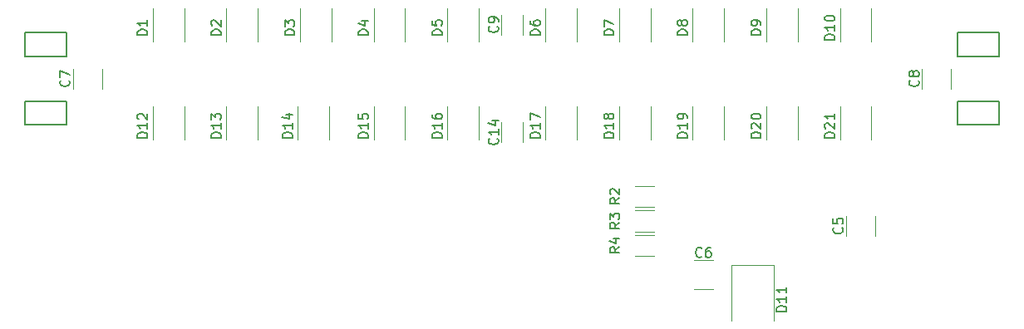
<source format=gto>
G04 #@! TF.GenerationSoftware,KiCad,Pcbnew,(5.0.0-rc2-117-g8a2639325)*
G04 #@! TF.CreationDate,2018-07-20T00:32:21+10:00*
G04 #@! TF.ProjectId,AR0004-R1,4152303030342D52312E6B696361645F,rev?*
G04 #@! TF.SameCoordinates,Original*
G04 #@! TF.FileFunction,Legend,Top*
G04 #@! TF.FilePolarity,Positive*
%FSLAX46Y46*%
G04 Gerber Fmt 4.6, Leading zero omitted, Abs format (unit mm)*
G04 Created by KiCad (PCBNEW (5.0.0-rc2-117-g8a2639325)) date 07/20/18 00:32:21*
%MOMM*%
%LPD*%
G01*
G04 APERTURE LIST*
%ADD10C,0.120000*%
%ADD11C,0.150000*%
G04 APERTURE END LIST*
D10*
G04 #@! TO.C,C5*
X134020000Y-83500000D02*
X134020000Y-81500000D01*
X136980000Y-81500000D02*
X136980000Y-83500000D01*
G04 #@! TO.C,C6*
X120500000Y-88980000D02*
X118500000Y-88980000D01*
X118500000Y-86020000D02*
X120500000Y-86020000D01*
G04 #@! TO.C,C7*
X55270000Y-68500000D02*
X55270000Y-66500000D01*
X58230000Y-66500000D02*
X58230000Y-68500000D01*
G04 #@! TO.C,C8*
X144730000Y-66500000D02*
X144730000Y-68500000D01*
X141770000Y-68500000D02*
X141770000Y-66500000D01*
G04 #@! TO.C,C9*
X101070000Y-61000000D02*
X101070000Y-63000000D01*
X98930000Y-63000000D02*
X98930000Y-61000000D01*
G04 #@! TO.C,C14*
X98930000Y-73950000D02*
X98930000Y-71950000D01*
X101070000Y-71950000D02*
X101070000Y-73950000D01*
G04 #@! TO.C,D1*
X63400000Y-63700000D02*
X63400000Y-60300000D01*
X66600000Y-63700000D02*
X66600000Y-60300000D01*
G04 #@! TO.C,D2*
X74100000Y-63700000D02*
X74100000Y-60300000D01*
X70900000Y-63700000D02*
X70900000Y-60300000D01*
G04 #@! TO.C,D3*
X78400000Y-63700000D02*
X78400000Y-60300000D01*
X81600000Y-63700000D02*
X81600000Y-60300000D01*
G04 #@! TO.C,D4*
X89100000Y-63700000D02*
X89100000Y-60300000D01*
X85900000Y-63700000D02*
X85900000Y-60300000D01*
G04 #@! TO.C,D5*
X96600000Y-63700000D02*
X96600000Y-60300000D01*
X93400000Y-63700000D02*
X93400000Y-60300000D01*
G04 #@! TO.C,D6*
X103400000Y-63700000D02*
X103400000Y-60300000D01*
X106600000Y-63700000D02*
X106600000Y-60300000D01*
G04 #@! TO.C,D7*
X114100000Y-63700000D02*
X114100000Y-60300000D01*
X110900000Y-63700000D02*
X110900000Y-60300000D01*
G04 #@! TO.C,D8*
X118400000Y-63700000D02*
X118400000Y-60300000D01*
X121600000Y-63700000D02*
X121600000Y-60300000D01*
G04 #@! TO.C,D9*
X129100000Y-63700000D02*
X129100000Y-60300000D01*
X125900000Y-63700000D02*
X125900000Y-60300000D01*
G04 #@! TO.C,D10*
X133400000Y-63700000D02*
X133400000Y-60300000D01*
X136600000Y-63700000D02*
X136600000Y-60300000D01*
G04 #@! TO.C,D11*
X126650000Y-86450000D02*
X122350000Y-86450000D01*
X122350000Y-86450000D02*
X122350000Y-92150000D01*
X126650000Y-86450000D02*
X126650000Y-92150000D01*
G04 #@! TO.C,D12*
X66600000Y-73700000D02*
X66600000Y-70300000D01*
X63400000Y-73700000D02*
X63400000Y-70300000D01*
G04 #@! TO.C,D13*
X74100000Y-73700000D02*
X74100000Y-70300000D01*
X70900000Y-73700000D02*
X70900000Y-70300000D01*
G04 #@! TO.C,D14*
X81360000Y-73700000D02*
X81360000Y-70300000D01*
X78160000Y-73700000D02*
X78160000Y-70300000D01*
G04 #@! TO.C,D15*
X85900000Y-73700000D02*
X85900000Y-70300000D01*
X89100000Y-73700000D02*
X89100000Y-70300000D01*
G04 #@! TO.C,D16*
X93400000Y-73700000D02*
X93400000Y-70300000D01*
X96600000Y-73700000D02*
X96600000Y-70300000D01*
G04 #@! TO.C,D17*
X106600000Y-73700000D02*
X106600000Y-70300000D01*
X103400000Y-73700000D02*
X103400000Y-70300000D01*
G04 #@! TO.C,D18*
X110900000Y-73700000D02*
X110900000Y-70300000D01*
X114100000Y-73700000D02*
X114100000Y-70300000D01*
G04 #@! TO.C,D19*
X121600000Y-73700000D02*
X121600000Y-70300000D01*
X118400000Y-73700000D02*
X118400000Y-70300000D01*
G04 #@! TO.C,D20*
X125900000Y-73700000D02*
X125900000Y-70300000D01*
X129100000Y-73700000D02*
X129100000Y-70300000D01*
G04 #@! TO.C,D21*
X133400000Y-73700000D02*
X133400000Y-70300000D01*
X136600000Y-73700000D02*
X136600000Y-70300000D01*
D11*
G04 #@! TO.C,J1*
X145400000Y-72200000D02*
X145400000Y-69800000D01*
X149600000Y-72200000D02*
X145400000Y-72200000D01*
X149600000Y-69800000D02*
X149600000Y-72200000D01*
X145400000Y-69800000D02*
X149600000Y-69800000D01*
G04 #@! TO.C,J2*
X50400000Y-72200000D02*
X50400000Y-69800000D01*
X54600000Y-72200000D02*
X50400000Y-72200000D01*
X54600000Y-69800000D02*
X54600000Y-72200000D01*
X50400000Y-69800000D02*
X54600000Y-69800000D01*
G04 #@! TO.C,J4*
X145400000Y-62800000D02*
X149600000Y-62800000D01*
X149600000Y-62800000D02*
X149600000Y-65200000D01*
X149600000Y-65200000D02*
X145400000Y-65200000D01*
X145400000Y-65200000D02*
X145400000Y-62800000D01*
G04 #@! TO.C,J5*
X50400000Y-62800000D02*
X54600000Y-62800000D01*
X54600000Y-62800000D02*
X54600000Y-65200000D01*
X54600000Y-65200000D02*
X50400000Y-65200000D01*
X50400000Y-65200000D02*
X50400000Y-62800000D01*
D10*
G04 #@! TO.C,R2*
X114500000Y-80570000D02*
X112500000Y-80570000D01*
X112500000Y-78430000D02*
X114500000Y-78430000D01*
G04 #@! TO.C,R3*
X112500000Y-80930000D02*
X114500000Y-80930000D01*
X114500000Y-83070000D02*
X112500000Y-83070000D01*
G04 #@! TO.C,R4*
X112500000Y-83430000D02*
X114500000Y-83430000D01*
X114500000Y-85570000D02*
X112500000Y-85570000D01*
G04 #@! TO.C,C5*
D11*
X133607142Y-82666666D02*
X133654761Y-82714285D01*
X133702380Y-82857142D01*
X133702380Y-82952380D01*
X133654761Y-83095238D01*
X133559523Y-83190476D01*
X133464285Y-83238095D01*
X133273809Y-83285714D01*
X133130952Y-83285714D01*
X132940476Y-83238095D01*
X132845238Y-83190476D01*
X132750000Y-83095238D01*
X132702380Y-82952380D01*
X132702380Y-82857142D01*
X132750000Y-82714285D01*
X132797619Y-82666666D01*
X132702380Y-81761904D02*
X132702380Y-82238095D01*
X133178571Y-82285714D01*
X133130952Y-82238095D01*
X133083333Y-82142857D01*
X133083333Y-81904761D01*
X133130952Y-81809523D01*
X133178571Y-81761904D01*
X133273809Y-81714285D01*
X133511904Y-81714285D01*
X133607142Y-81761904D01*
X133654761Y-81809523D01*
X133702380Y-81904761D01*
X133702380Y-82142857D01*
X133654761Y-82238095D01*
X133607142Y-82285714D01*
G04 #@! TO.C,C6*
X119333333Y-85607142D02*
X119285714Y-85654761D01*
X119142857Y-85702380D01*
X119047619Y-85702380D01*
X118904761Y-85654761D01*
X118809523Y-85559523D01*
X118761904Y-85464285D01*
X118714285Y-85273809D01*
X118714285Y-85130952D01*
X118761904Y-84940476D01*
X118809523Y-84845238D01*
X118904761Y-84750000D01*
X119047619Y-84702380D01*
X119142857Y-84702380D01*
X119285714Y-84750000D01*
X119333333Y-84797619D01*
X120190476Y-84702380D02*
X120000000Y-84702380D01*
X119904761Y-84750000D01*
X119857142Y-84797619D01*
X119761904Y-84940476D01*
X119714285Y-85130952D01*
X119714285Y-85511904D01*
X119761904Y-85607142D01*
X119809523Y-85654761D01*
X119904761Y-85702380D01*
X120095238Y-85702380D01*
X120190476Y-85654761D01*
X120238095Y-85607142D01*
X120285714Y-85511904D01*
X120285714Y-85273809D01*
X120238095Y-85178571D01*
X120190476Y-85130952D01*
X120095238Y-85083333D01*
X119904761Y-85083333D01*
X119809523Y-85130952D01*
X119761904Y-85178571D01*
X119714285Y-85273809D01*
G04 #@! TO.C,C7*
X54857142Y-67666666D02*
X54904761Y-67714285D01*
X54952380Y-67857142D01*
X54952380Y-67952380D01*
X54904761Y-68095238D01*
X54809523Y-68190476D01*
X54714285Y-68238095D01*
X54523809Y-68285714D01*
X54380952Y-68285714D01*
X54190476Y-68238095D01*
X54095238Y-68190476D01*
X54000000Y-68095238D01*
X53952380Y-67952380D01*
X53952380Y-67857142D01*
X54000000Y-67714285D01*
X54047619Y-67666666D01*
X53952380Y-67333333D02*
X53952380Y-66666666D01*
X54952380Y-67095238D01*
G04 #@! TO.C,C8*
X141357142Y-67666666D02*
X141404761Y-67714285D01*
X141452380Y-67857142D01*
X141452380Y-67952380D01*
X141404761Y-68095238D01*
X141309523Y-68190476D01*
X141214285Y-68238095D01*
X141023809Y-68285714D01*
X140880952Y-68285714D01*
X140690476Y-68238095D01*
X140595238Y-68190476D01*
X140500000Y-68095238D01*
X140452380Y-67952380D01*
X140452380Y-67857142D01*
X140500000Y-67714285D01*
X140547619Y-67666666D01*
X140880952Y-67095238D02*
X140833333Y-67190476D01*
X140785714Y-67238095D01*
X140690476Y-67285714D01*
X140642857Y-67285714D01*
X140547619Y-67238095D01*
X140500000Y-67190476D01*
X140452380Y-67095238D01*
X140452380Y-66904761D01*
X140500000Y-66809523D01*
X140547619Y-66761904D01*
X140642857Y-66714285D01*
X140690476Y-66714285D01*
X140785714Y-66761904D01*
X140833333Y-66809523D01*
X140880952Y-66904761D01*
X140880952Y-67095238D01*
X140928571Y-67190476D01*
X140976190Y-67238095D01*
X141071428Y-67285714D01*
X141261904Y-67285714D01*
X141357142Y-67238095D01*
X141404761Y-67190476D01*
X141452380Y-67095238D01*
X141452380Y-66904761D01*
X141404761Y-66809523D01*
X141357142Y-66761904D01*
X141261904Y-66714285D01*
X141071428Y-66714285D01*
X140976190Y-66761904D01*
X140928571Y-66809523D01*
X140880952Y-66904761D01*
G04 #@! TO.C,C9*
X98507142Y-62166666D02*
X98554761Y-62214285D01*
X98602380Y-62357142D01*
X98602380Y-62452380D01*
X98554761Y-62595238D01*
X98459523Y-62690476D01*
X98364285Y-62738095D01*
X98173809Y-62785714D01*
X98030952Y-62785714D01*
X97840476Y-62738095D01*
X97745238Y-62690476D01*
X97650000Y-62595238D01*
X97602380Y-62452380D01*
X97602380Y-62357142D01*
X97650000Y-62214285D01*
X97697619Y-62166666D01*
X98602380Y-61690476D02*
X98602380Y-61500000D01*
X98554761Y-61404761D01*
X98507142Y-61357142D01*
X98364285Y-61261904D01*
X98173809Y-61214285D01*
X97792857Y-61214285D01*
X97697619Y-61261904D01*
X97650000Y-61309523D01*
X97602380Y-61404761D01*
X97602380Y-61595238D01*
X97650000Y-61690476D01*
X97697619Y-61738095D01*
X97792857Y-61785714D01*
X98030952Y-61785714D01*
X98126190Y-61738095D01*
X98173809Y-61690476D01*
X98221428Y-61595238D01*
X98221428Y-61404761D01*
X98173809Y-61309523D01*
X98126190Y-61261904D01*
X98030952Y-61214285D01*
G04 #@! TO.C,C14*
X98507142Y-73592857D02*
X98554761Y-73640476D01*
X98602380Y-73783333D01*
X98602380Y-73878571D01*
X98554761Y-74021428D01*
X98459523Y-74116666D01*
X98364285Y-74164285D01*
X98173809Y-74211904D01*
X98030952Y-74211904D01*
X97840476Y-74164285D01*
X97745238Y-74116666D01*
X97650000Y-74021428D01*
X97602380Y-73878571D01*
X97602380Y-73783333D01*
X97650000Y-73640476D01*
X97697619Y-73592857D01*
X98602380Y-72640476D02*
X98602380Y-73211904D01*
X98602380Y-72926190D02*
X97602380Y-72926190D01*
X97745238Y-73021428D01*
X97840476Y-73116666D01*
X97888095Y-73211904D01*
X97935714Y-71783333D02*
X98602380Y-71783333D01*
X97554761Y-72021428D02*
X98269047Y-72259523D01*
X98269047Y-71640476D01*
G04 #@! TO.C,D1*
X62852380Y-63058095D02*
X61852380Y-63058095D01*
X61852380Y-62820000D01*
X61900000Y-62677142D01*
X61995238Y-62581904D01*
X62090476Y-62534285D01*
X62280952Y-62486666D01*
X62423809Y-62486666D01*
X62614285Y-62534285D01*
X62709523Y-62581904D01*
X62804761Y-62677142D01*
X62852380Y-62820000D01*
X62852380Y-63058095D01*
X62852380Y-61534285D02*
X62852380Y-62105714D01*
X62852380Y-61820000D02*
X61852380Y-61820000D01*
X61995238Y-61915238D01*
X62090476Y-62010476D01*
X62138095Y-62105714D01*
G04 #@! TO.C,D2*
X70352380Y-63058095D02*
X69352380Y-63058095D01*
X69352380Y-62820000D01*
X69400000Y-62677142D01*
X69495238Y-62581904D01*
X69590476Y-62534285D01*
X69780952Y-62486666D01*
X69923809Y-62486666D01*
X70114285Y-62534285D01*
X70209523Y-62581904D01*
X70304761Y-62677142D01*
X70352380Y-62820000D01*
X70352380Y-63058095D01*
X69447619Y-62105714D02*
X69400000Y-62058095D01*
X69352380Y-61962857D01*
X69352380Y-61724761D01*
X69400000Y-61629523D01*
X69447619Y-61581904D01*
X69542857Y-61534285D01*
X69638095Y-61534285D01*
X69780952Y-61581904D01*
X70352380Y-62153333D01*
X70352380Y-61534285D01*
G04 #@! TO.C,D3*
X77852380Y-63058095D02*
X76852380Y-63058095D01*
X76852380Y-62820000D01*
X76900000Y-62677142D01*
X76995238Y-62581904D01*
X77090476Y-62534285D01*
X77280952Y-62486666D01*
X77423809Y-62486666D01*
X77614285Y-62534285D01*
X77709523Y-62581904D01*
X77804761Y-62677142D01*
X77852380Y-62820000D01*
X77852380Y-63058095D01*
X76852380Y-62153333D02*
X76852380Y-61534285D01*
X77233333Y-61867619D01*
X77233333Y-61724761D01*
X77280952Y-61629523D01*
X77328571Y-61581904D01*
X77423809Y-61534285D01*
X77661904Y-61534285D01*
X77757142Y-61581904D01*
X77804761Y-61629523D01*
X77852380Y-61724761D01*
X77852380Y-62010476D01*
X77804761Y-62105714D01*
X77757142Y-62153333D01*
G04 #@! TO.C,D4*
X85352380Y-63058095D02*
X84352380Y-63058095D01*
X84352380Y-62820000D01*
X84400000Y-62677142D01*
X84495238Y-62581904D01*
X84590476Y-62534285D01*
X84780952Y-62486666D01*
X84923809Y-62486666D01*
X85114285Y-62534285D01*
X85209523Y-62581904D01*
X85304761Y-62677142D01*
X85352380Y-62820000D01*
X85352380Y-63058095D01*
X84685714Y-61629523D02*
X85352380Y-61629523D01*
X84304761Y-61867619D02*
X85019047Y-62105714D01*
X85019047Y-61486666D01*
G04 #@! TO.C,D5*
X92852380Y-63058095D02*
X91852380Y-63058095D01*
X91852380Y-62820000D01*
X91900000Y-62677142D01*
X91995238Y-62581904D01*
X92090476Y-62534285D01*
X92280952Y-62486666D01*
X92423809Y-62486666D01*
X92614285Y-62534285D01*
X92709523Y-62581904D01*
X92804761Y-62677142D01*
X92852380Y-62820000D01*
X92852380Y-63058095D01*
X91852380Y-61581904D02*
X91852380Y-62058095D01*
X92328571Y-62105714D01*
X92280952Y-62058095D01*
X92233333Y-61962857D01*
X92233333Y-61724761D01*
X92280952Y-61629523D01*
X92328571Y-61581904D01*
X92423809Y-61534285D01*
X92661904Y-61534285D01*
X92757142Y-61581904D01*
X92804761Y-61629523D01*
X92852380Y-61724761D01*
X92852380Y-61962857D01*
X92804761Y-62058095D01*
X92757142Y-62105714D01*
G04 #@! TO.C,D6*
X102852380Y-63058095D02*
X101852380Y-63058095D01*
X101852380Y-62820000D01*
X101900000Y-62677142D01*
X101995238Y-62581904D01*
X102090476Y-62534285D01*
X102280952Y-62486666D01*
X102423809Y-62486666D01*
X102614285Y-62534285D01*
X102709523Y-62581904D01*
X102804761Y-62677142D01*
X102852380Y-62820000D01*
X102852380Y-63058095D01*
X101852380Y-61629523D02*
X101852380Y-61820000D01*
X101900000Y-61915238D01*
X101947619Y-61962857D01*
X102090476Y-62058095D01*
X102280952Y-62105714D01*
X102661904Y-62105714D01*
X102757142Y-62058095D01*
X102804761Y-62010476D01*
X102852380Y-61915238D01*
X102852380Y-61724761D01*
X102804761Y-61629523D01*
X102757142Y-61581904D01*
X102661904Y-61534285D01*
X102423809Y-61534285D01*
X102328571Y-61581904D01*
X102280952Y-61629523D01*
X102233333Y-61724761D01*
X102233333Y-61915238D01*
X102280952Y-62010476D01*
X102328571Y-62058095D01*
X102423809Y-62105714D01*
G04 #@! TO.C,D7*
X110352380Y-63058095D02*
X109352380Y-63058095D01*
X109352380Y-62820000D01*
X109400000Y-62677142D01*
X109495238Y-62581904D01*
X109590476Y-62534285D01*
X109780952Y-62486666D01*
X109923809Y-62486666D01*
X110114285Y-62534285D01*
X110209523Y-62581904D01*
X110304761Y-62677142D01*
X110352380Y-62820000D01*
X110352380Y-63058095D01*
X109352380Y-62153333D02*
X109352380Y-61486666D01*
X110352380Y-61915238D01*
G04 #@! TO.C,D8*
X117852380Y-63058095D02*
X116852380Y-63058095D01*
X116852380Y-62820000D01*
X116900000Y-62677142D01*
X116995238Y-62581904D01*
X117090476Y-62534285D01*
X117280952Y-62486666D01*
X117423809Y-62486666D01*
X117614285Y-62534285D01*
X117709523Y-62581904D01*
X117804761Y-62677142D01*
X117852380Y-62820000D01*
X117852380Y-63058095D01*
X117280952Y-61915238D02*
X117233333Y-62010476D01*
X117185714Y-62058095D01*
X117090476Y-62105714D01*
X117042857Y-62105714D01*
X116947619Y-62058095D01*
X116900000Y-62010476D01*
X116852380Y-61915238D01*
X116852380Y-61724761D01*
X116900000Y-61629523D01*
X116947619Y-61581904D01*
X117042857Y-61534285D01*
X117090476Y-61534285D01*
X117185714Y-61581904D01*
X117233333Y-61629523D01*
X117280952Y-61724761D01*
X117280952Y-61915238D01*
X117328571Y-62010476D01*
X117376190Y-62058095D01*
X117471428Y-62105714D01*
X117661904Y-62105714D01*
X117757142Y-62058095D01*
X117804761Y-62010476D01*
X117852380Y-61915238D01*
X117852380Y-61724761D01*
X117804761Y-61629523D01*
X117757142Y-61581904D01*
X117661904Y-61534285D01*
X117471428Y-61534285D01*
X117376190Y-61581904D01*
X117328571Y-61629523D01*
X117280952Y-61724761D01*
G04 #@! TO.C,D9*
X125352380Y-63058095D02*
X124352380Y-63058095D01*
X124352380Y-62820000D01*
X124400000Y-62677142D01*
X124495238Y-62581904D01*
X124590476Y-62534285D01*
X124780952Y-62486666D01*
X124923809Y-62486666D01*
X125114285Y-62534285D01*
X125209523Y-62581904D01*
X125304761Y-62677142D01*
X125352380Y-62820000D01*
X125352380Y-63058095D01*
X125352380Y-62010476D02*
X125352380Y-61820000D01*
X125304761Y-61724761D01*
X125257142Y-61677142D01*
X125114285Y-61581904D01*
X124923809Y-61534285D01*
X124542857Y-61534285D01*
X124447619Y-61581904D01*
X124400000Y-61629523D01*
X124352380Y-61724761D01*
X124352380Y-61915238D01*
X124400000Y-62010476D01*
X124447619Y-62058095D01*
X124542857Y-62105714D01*
X124780952Y-62105714D01*
X124876190Y-62058095D01*
X124923809Y-62010476D01*
X124971428Y-61915238D01*
X124971428Y-61724761D01*
X124923809Y-61629523D01*
X124876190Y-61581904D01*
X124780952Y-61534285D01*
G04 #@! TO.C,D10*
X132852380Y-63534285D02*
X131852380Y-63534285D01*
X131852380Y-63296190D01*
X131900000Y-63153333D01*
X131995238Y-63058095D01*
X132090476Y-63010476D01*
X132280952Y-62962857D01*
X132423809Y-62962857D01*
X132614285Y-63010476D01*
X132709523Y-63058095D01*
X132804761Y-63153333D01*
X132852380Y-63296190D01*
X132852380Y-63534285D01*
X132852380Y-62010476D02*
X132852380Y-62581904D01*
X132852380Y-62296190D02*
X131852380Y-62296190D01*
X131995238Y-62391428D01*
X132090476Y-62486666D01*
X132138095Y-62581904D01*
X131852380Y-61391428D02*
X131852380Y-61296190D01*
X131900000Y-61200952D01*
X131947619Y-61153333D01*
X132042857Y-61105714D01*
X132233333Y-61058095D01*
X132471428Y-61058095D01*
X132661904Y-61105714D01*
X132757142Y-61153333D01*
X132804761Y-61200952D01*
X132852380Y-61296190D01*
X132852380Y-61391428D01*
X132804761Y-61486666D01*
X132757142Y-61534285D01*
X132661904Y-61581904D01*
X132471428Y-61629523D01*
X132233333Y-61629523D01*
X132042857Y-61581904D01*
X131947619Y-61534285D01*
X131900000Y-61486666D01*
X131852380Y-61391428D01*
G04 #@! TO.C,D11*
X127952380Y-91214285D02*
X126952380Y-91214285D01*
X126952380Y-90976190D01*
X127000000Y-90833333D01*
X127095238Y-90738095D01*
X127190476Y-90690476D01*
X127380952Y-90642857D01*
X127523809Y-90642857D01*
X127714285Y-90690476D01*
X127809523Y-90738095D01*
X127904761Y-90833333D01*
X127952380Y-90976190D01*
X127952380Y-91214285D01*
X127952380Y-89690476D02*
X127952380Y-90261904D01*
X127952380Y-89976190D02*
X126952380Y-89976190D01*
X127095238Y-90071428D01*
X127190476Y-90166666D01*
X127238095Y-90261904D01*
X127952380Y-88738095D02*
X127952380Y-89309523D01*
X127952380Y-89023809D02*
X126952380Y-89023809D01*
X127095238Y-89119047D01*
X127190476Y-89214285D01*
X127238095Y-89309523D01*
G04 #@! TO.C,D12*
X62852380Y-73534285D02*
X61852380Y-73534285D01*
X61852380Y-73296190D01*
X61900000Y-73153333D01*
X61995238Y-73058095D01*
X62090476Y-73010476D01*
X62280952Y-72962857D01*
X62423809Y-72962857D01*
X62614285Y-73010476D01*
X62709523Y-73058095D01*
X62804761Y-73153333D01*
X62852380Y-73296190D01*
X62852380Y-73534285D01*
X62852380Y-72010476D02*
X62852380Y-72581904D01*
X62852380Y-72296190D02*
X61852380Y-72296190D01*
X61995238Y-72391428D01*
X62090476Y-72486666D01*
X62138095Y-72581904D01*
X61947619Y-71629523D02*
X61900000Y-71581904D01*
X61852380Y-71486666D01*
X61852380Y-71248571D01*
X61900000Y-71153333D01*
X61947619Y-71105714D01*
X62042857Y-71058095D01*
X62138095Y-71058095D01*
X62280952Y-71105714D01*
X62852380Y-71677142D01*
X62852380Y-71058095D01*
G04 #@! TO.C,D13*
X70352380Y-73534285D02*
X69352380Y-73534285D01*
X69352380Y-73296190D01*
X69400000Y-73153333D01*
X69495238Y-73058095D01*
X69590476Y-73010476D01*
X69780952Y-72962857D01*
X69923809Y-72962857D01*
X70114285Y-73010476D01*
X70209523Y-73058095D01*
X70304761Y-73153333D01*
X70352380Y-73296190D01*
X70352380Y-73534285D01*
X70352380Y-72010476D02*
X70352380Y-72581904D01*
X70352380Y-72296190D02*
X69352380Y-72296190D01*
X69495238Y-72391428D01*
X69590476Y-72486666D01*
X69638095Y-72581904D01*
X69352380Y-71677142D02*
X69352380Y-71058095D01*
X69733333Y-71391428D01*
X69733333Y-71248571D01*
X69780952Y-71153333D01*
X69828571Y-71105714D01*
X69923809Y-71058095D01*
X70161904Y-71058095D01*
X70257142Y-71105714D01*
X70304761Y-71153333D01*
X70352380Y-71248571D01*
X70352380Y-71534285D01*
X70304761Y-71629523D01*
X70257142Y-71677142D01*
G04 #@! TO.C,D14*
X77612380Y-73534285D02*
X76612380Y-73534285D01*
X76612380Y-73296190D01*
X76660000Y-73153333D01*
X76755238Y-73058095D01*
X76850476Y-73010476D01*
X77040952Y-72962857D01*
X77183809Y-72962857D01*
X77374285Y-73010476D01*
X77469523Y-73058095D01*
X77564761Y-73153333D01*
X77612380Y-73296190D01*
X77612380Y-73534285D01*
X77612380Y-72010476D02*
X77612380Y-72581904D01*
X77612380Y-72296190D02*
X76612380Y-72296190D01*
X76755238Y-72391428D01*
X76850476Y-72486666D01*
X76898095Y-72581904D01*
X76945714Y-71153333D02*
X77612380Y-71153333D01*
X76564761Y-71391428D02*
X77279047Y-71629523D01*
X77279047Y-71010476D01*
G04 #@! TO.C,D15*
X85352380Y-73534285D02*
X84352380Y-73534285D01*
X84352380Y-73296190D01*
X84400000Y-73153333D01*
X84495238Y-73058095D01*
X84590476Y-73010476D01*
X84780952Y-72962857D01*
X84923809Y-72962857D01*
X85114285Y-73010476D01*
X85209523Y-73058095D01*
X85304761Y-73153333D01*
X85352380Y-73296190D01*
X85352380Y-73534285D01*
X85352380Y-72010476D02*
X85352380Y-72581904D01*
X85352380Y-72296190D02*
X84352380Y-72296190D01*
X84495238Y-72391428D01*
X84590476Y-72486666D01*
X84638095Y-72581904D01*
X84352380Y-71105714D02*
X84352380Y-71581904D01*
X84828571Y-71629523D01*
X84780952Y-71581904D01*
X84733333Y-71486666D01*
X84733333Y-71248571D01*
X84780952Y-71153333D01*
X84828571Y-71105714D01*
X84923809Y-71058095D01*
X85161904Y-71058095D01*
X85257142Y-71105714D01*
X85304761Y-71153333D01*
X85352380Y-71248571D01*
X85352380Y-71486666D01*
X85304761Y-71581904D01*
X85257142Y-71629523D01*
G04 #@! TO.C,D16*
X92852380Y-73534285D02*
X91852380Y-73534285D01*
X91852380Y-73296190D01*
X91900000Y-73153333D01*
X91995238Y-73058095D01*
X92090476Y-73010476D01*
X92280952Y-72962857D01*
X92423809Y-72962857D01*
X92614285Y-73010476D01*
X92709523Y-73058095D01*
X92804761Y-73153333D01*
X92852380Y-73296190D01*
X92852380Y-73534285D01*
X92852380Y-72010476D02*
X92852380Y-72581904D01*
X92852380Y-72296190D02*
X91852380Y-72296190D01*
X91995238Y-72391428D01*
X92090476Y-72486666D01*
X92138095Y-72581904D01*
X91852380Y-71153333D02*
X91852380Y-71343809D01*
X91900000Y-71439047D01*
X91947619Y-71486666D01*
X92090476Y-71581904D01*
X92280952Y-71629523D01*
X92661904Y-71629523D01*
X92757142Y-71581904D01*
X92804761Y-71534285D01*
X92852380Y-71439047D01*
X92852380Y-71248571D01*
X92804761Y-71153333D01*
X92757142Y-71105714D01*
X92661904Y-71058095D01*
X92423809Y-71058095D01*
X92328571Y-71105714D01*
X92280952Y-71153333D01*
X92233333Y-71248571D01*
X92233333Y-71439047D01*
X92280952Y-71534285D01*
X92328571Y-71581904D01*
X92423809Y-71629523D01*
G04 #@! TO.C,D17*
X102852380Y-73534285D02*
X101852380Y-73534285D01*
X101852380Y-73296190D01*
X101900000Y-73153333D01*
X101995238Y-73058095D01*
X102090476Y-73010476D01*
X102280952Y-72962857D01*
X102423809Y-72962857D01*
X102614285Y-73010476D01*
X102709523Y-73058095D01*
X102804761Y-73153333D01*
X102852380Y-73296190D01*
X102852380Y-73534285D01*
X102852380Y-72010476D02*
X102852380Y-72581904D01*
X102852380Y-72296190D02*
X101852380Y-72296190D01*
X101995238Y-72391428D01*
X102090476Y-72486666D01*
X102138095Y-72581904D01*
X101852380Y-71677142D02*
X101852380Y-71010476D01*
X102852380Y-71439047D01*
G04 #@! TO.C,D18*
X110352380Y-73534285D02*
X109352380Y-73534285D01*
X109352380Y-73296190D01*
X109400000Y-73153333D01*
X109495238Y-73058095D01*
X109590476Y-73010476D01*
X109780952Y-72962857D01*
X109923809Y-72962857D01*
X110114285Y-73010476D01*
X110209523Y-73058095D01*
X110304761Y-73153333D01*
X110352380Y-73296190D01*
X110352380Y-73534285D01*
X110352380Y-72010476D02*
X110352380Y-72581904D01*
X110352380Y-72296190D02*
X109352380Y-72296190D01*
X109495238Y-72391428D01*
X109590476Y-72486666D01*
X109638095Y-72581904D01*
X109780952Y-71439047D02*
X109733333Y-71534285D01*
X109685714Y-71581904D01*
X109590476Y-71629523D01*
X109542857Y-71629523D01*
X109447619Y-71581904D01*
X109400000Y-71534285D01*
X109352380Y-71439047D01*
X109352380Y-71248571D01*
X109400000Y-71153333D01*
X109447619Y-71105714D01*
X109542857Y-71058095D01*
X109590476Y-71058095D01*
X109685714Y-71105714D01*
X109733333Y-71153333D01*
X109780952Y-71248571D01*
X109780952Y-71439047D01*
X109828571Y-71534285D01*
X109876190Y-71581904D01*
X109971428Y-71629523D01*
X110161904Y-71629523D01*
X110257142Y-71581904D01*
X110304761Y-71534285D01*
X110352380Y-71439047D01*
X110352380Y-71248571D01*
X110304761Y-71153333D01*
X110257142Y-71105714D01*
X110161904Y-71058095D01*
X109971428Y-71058095D01*
X109876190Y-71105714D01*
X109828571Y-71153333D01*
X109780952Y-71248571D01*
G04 #@! TO.C,D19*
X117852380Y-73534285D02*
X116852380Y-73534285D01*
X116852380Y-73296190D01*
X116900000Y-73153333D01*
X116995238Y-73058095D01*
X117090476Y-73010476D01*
X117280952Y-72962857D01*
X117423809Y-72962857D01*
X117614285Y-73010476D01*
X117709523Y-73058095D01*
X117804761Y-73153333D01*
X117852380Y-73296190D01*
X117852380Y-73534285D01*
X117852380Y-72010476D02*
X117852380Y-72581904D01*
X117852380Y-72296190D02*
X116852380Y-72296190D01*
X116995238Y-72391428D01*
X117090476Y-72486666D01*
X117138095Y-72581904D01*
X117852380Y-71534285D02*
X117852380Y-71343809D01*
X117804761Y-71248571D01*
X117757142Y-71200952D01*
X117614285Y-71105714D01*
X117423809Y-71058095D01*
X117042857Y-71058095D01*
X116947619Y-71105714D01*
X116900000Y-71153333D01*
X116852380Y-71248571D01*
X116852380Y-71439047D01*
X116900000Y-71534285D01*
X116947619Y-71581904D01*
X117042857Y-71629523D01*
X117280952Y-71629523D01*
X117376190Y-71581904D01*
X117423809Y-71534285D01*
X117471428Y-71439047D01*
X117471428Y-71248571D01*
X117423809Y-71153333D01*
X117376190Y-71105714D01*
X117280952Y-71058095D01*
G04 #@! TO.C,D20*
X125352380Y-73534285D02*
X124352380Y-73534285D01*
X124352380Y-73296190D01*
X124400000Y-73153333D01*
X124495238Y-73058095D01*
X124590476Y-73010476D01*
X124780952Y-72962857D01*
X124923809Y-72962857D01*
X125114285Y-73010476D01*
X125209523Y-73058095D01*
X125304761Y-73153333D01*
X125352380Y-73296190D01*
X125352380Y-73534285D01*
X124447619Y-72581904D02*
X124400000Y-72534285D01*
X124352380Y-72439047D01*
X124352380Y-72200952D01*
X124400000Y-72105714D01*
X124447619Y-72058095D01*
X124542857Y-72010476D01*
X124638095Y-72010476D01*
X124780952Y-72058095D01*
X125352380Y-72629523D01*
X125352380Y-72010476D01*
X124352380Y-71391428D02*
X124352380Y-71296190D01*
X124400000Y-71200952D01*
X124447619Y-71153333D01*
X124542857Y-71105714D01*
X124733333Y-71058095D01*
X124971428Y-71058095D01*
X125161904Y-71105714D01*
X125257142Y-71153333D01*
X125304761Y-71200952D01*
X125352380Y-71296190D01*
X125352380Y-71391428D01*
X125304761Y-71486666D01*
X125257142Y-71534285D01*
X125161904Y-71581904D01*
X124971428Y-71629523D01*
X124733333Y-71629523D01*
X124542857Y-71581904D01*
X124447619Y-71534285D01*
X124400000Y-71486666D01*
X124352380Y-71391428D01*
G04 #@! TO.C,D21*
X132852380Y-73534285D02*
X131852380Y-73534285D01*
X131852380Y-73296190D01*
X131900000Y-73153333D01*
X131995238Y-73058095D01*
X132090476Y-73010476D01*
X132280952Y-72962857D01*
X132423809Y-72962857D01*
X132614285Y-73010476D01*
X132709523Y-73058095D01*
X132804761Y-73153333D01*
X132852380Y-73296190D01*
X132852380Y-73534285D01*
X131947619Y-72581904D02*
X131900000Y-72534285D01*
X131852380Y-72439047D01*
X131852380Y-72200952D01*
X131900000Y-72105714D01*
X131947619Y-72058095D01*
X132042857Y-72010476D01*
X132138095Y-72010476D01*
X132280952Y-72058095D01*
X132852380Y-72629523D01*
X132852380Y-72010476D01*
X132852380Y-71058095D02*
X132852380Y-71629523D01*
X132852380Y-71343809D02*
X131852380Y-71343809D01*
X131995238Y-71439047D01*
X132090476Y-71534285D01*
X132138095Y-71629523D01*
G04 #@! TO.C,R2*
X110952380Y-79666666D02*
X110476190Y-80000000D01*
X110952380Y-80238095D02*
X109952380Y-80238095D01*
X109952380Y-79857142D01*
X110000000Y-79761904D01*
X110047619Y-79714285D01*
X110142857Y-79666666D01*
X110285714Y-79666666D01*
X110380952Y-79714285D01*
X110428571Y-79761904D01*
X110476190Y-79857142D01*
X110476190Y-80238095D01*
X110047619Y-79285714D02*
X110000000Y-79238095D01*
X109952380Y-79142857D01*
X109952380Y-78904761D01*
X110000000Y-78809523D01*
X110047619Y-78761904D01*
X110142857Y-78714285D01*
X110238095Y-78714285D01*
X110380952Y-78761904D01*
X110952380Y-79333333D01*
X110952380Y-78714285D01*
G04 #@! TO.C,R3*
X110952380Y-82166666D02*
X110476190Y-82500000D01*
X110952380Y-82738095D02*
X109952380Y-82738095D01*
X109952380Y-82357142D01*
X110000000Y-82261904D01*
X110047619Y-82214285D01*
X110142857Y-82166666D01*
X110285714Y-82166666D01*
X110380952Y-82214285D01*
X110428571Y-82261904D01*
X110476190Y-82357142D01*
X110476190Y-82738095D01*
X109952380Y-81833333D02*
X109952380Y-81214285D01*
X110333333Y-81547619D01*
X110333333Y-81404761D01*
X110380952Y-81309523D01*
X110428571Y-81261904D01*
X110523809Y-81214285D01*
X110761904Y-81214285D01*
X110857142Y-81261904D01*
X110904761Y-81309523D01*
X110952380Y-81404761D01*
X110952380Y-81690476D01*
X110904761Y-81785714D01*
X110857142Y-81833333D01*
G04 #@! TO.C,R4*
X110952380Y-84666666D02*
X110476190Y-85000000D01*
X110952380Y-85238095D02*
X109952380Y-85238095D01*
X109952380Y-84857142D01*
X110000000Y-84761904D01*
X110047619Y-84714285D01*
X110142857Y-84666666D01*
X110285714Y-84666666D01*
X110380952Y-84714285D01*
X110428571Y-84761904D01*
X110476190Y-84857142D01*
X110476190Y-85238095D01*
X110285714Y-83809523D02*
X110952380Y-83809523D01*
X109904761Y-84047619D02*
X110619047Y-84285714D01*
X110619047Y-83666666D01*
G04 #@! TD*
M02*

</source>
